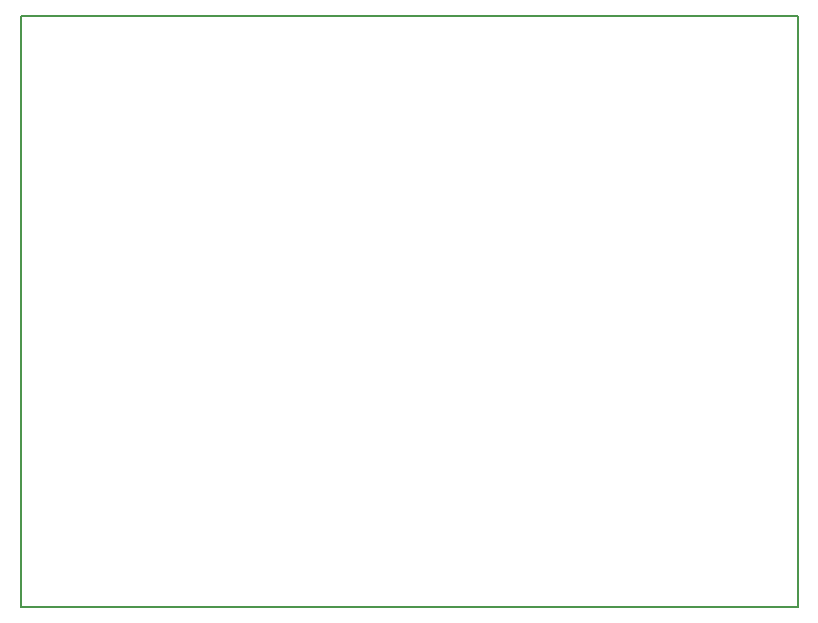
<source format=gm1>
G04 MADE WITH FRITZING*
G04 WWW.FRITZING.ORG*
G04 DOUBLE SIDED*
G04 HOLES PLATED*
G04 CONTOUR ON CENTER OF CONTOUR VECTOR*
%ASAXBY*%
%FSLAX23Y23*%
%MOIN*%
%OFA0B0*%
%SFA1.0B1.0*%
%ADD10R,2.598430X1.978250*%
%ADD11C,0.008000*%
%ADD10C,0.008*%
%LNCONTOUR*%
G90*
G70*
G54D10*
G54D11*
X4Y1974D02*
X2594Y1974D01*
X2594Y4D01*
X4Y4D01*
X4Y1974D01*
D02*
G04 End of contour*
M02*
</source>
